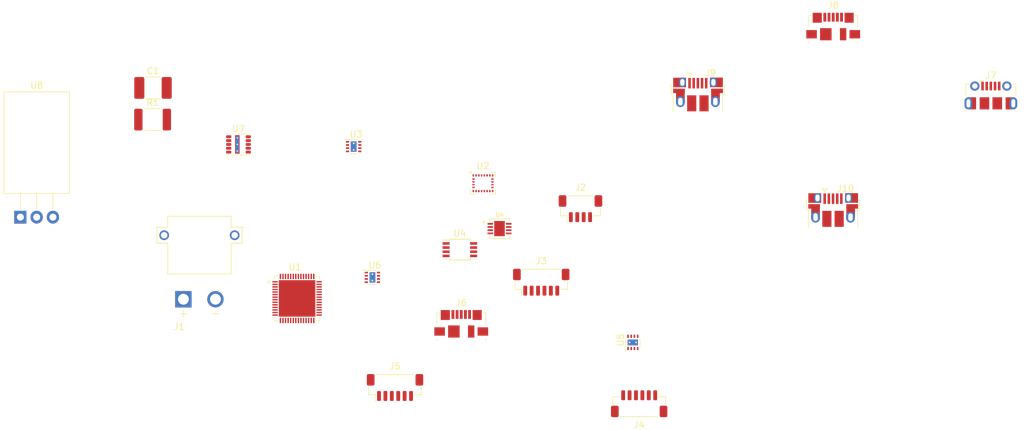
<source format=kicad_pcb>
(kicad_pcb (version 20221018) (generator pcbnew)
  (layers (0 "F.Cu" signal) (31 "B.Cu" signal) (34 "B.Paste" user) (35 "F.Paste" user) (36 "B.SilkS" user "B.Silkscreen") (37 "F.SilkS" user "F.Silkscreen") (38 "B.Mask" user) (39 "F.Mask" user) (44 "Edge.Cuts" user))
  (net 0 "")
  (net 2 "GND")
  (net 3 "Net-(U1-VDD3P3-Pad2)")
  (net 55 "Net-(U1-VDDA-Pad55)")
  (net 72 "+3.3V")
  (net 74 "Net-(J4-Pin_1)")
  (net 76 "Net-(J4-Pin_2)")
  (net 80 "+6V")
  (net 137 "Net-(J3-Pin_1)")
  (net 138 "Net-(J3-Pin_2)")
  (net 139 "Net-(J5-Pin_1)")
  (net 140 "Net-(J5-Pin_2)")
  (net 144 "Net-(U4-SENSE+)")
  (net 145 "Net-(U4-SENSE-)")
  (footprint "Package_TO_SOT_THT:TO-220-3_Horizontal_TabDown" (layer "F.Cu") (at 43.18 81.28)
    (fp_text reference "U8" (at 2.54 -20.58) (layer "F.SilkS"))
    (fp_text value "LM7806_TO220")
    (fp_line (start -2.58 -19.58) (end -2.58 -3.69) (stroke (width 0.12)) (layer "F.SilkS"))
    (fp_line (start -2.58 -19.58) (end 7.66 -19.58) (stroke (width 0.12)) (layer "F.SilkS"))
    (fp_line (start -2.58 -3.69) (end 7.66 -3.69) (stroke (width 0.12)) (layer "F.SilkS"))
    (fp_line (start 0 -3.69) (end 0 -1.15) (stroke (width 0.12)) (layer "F.SilkS"))
    (fp_line (start 2.54 -3.69) (end 2.54 -1.15) (stroke (width 0.12)) (layer "F.SilkS"))
    (fp_line (start 5.08 -3.69) (end 5.08 -1.15) (stroke (width 0.12)) (layer "F.SilkS"))
    (fp_line (start 7.66 -19.58) (end 7.66 -3.69) (stroke (width 0.12)) (layer "F.SilkS"))
    (pad "" np_thru_hole oval (at 2.54 -16.66) (size 3.5 3.5) (drill 3.5) (layers "*.Cu" "*.Mask"))
    (pad "1" thru_hole rect (at 0 0) (size 1.905 2) (drill 1.1) (layers "*.Cu" "*.Mask") (net 144 "Net-(U4-SENSE+)"))
    (pad "2" thru_hole oval (at 2.54 0) (size 1.905 2) (drill 1.1) (layers "*.Cu" "*.Mask") (net 2 "GND"))
    (pad "3" thru_hole oval (at 5.08 0) (size 1.905 2) (drill 1.1) (layers "*.Cu" "*.Mask") (net 80 "+6V"))
  )
  (footprint "Connector_USB:USB_Micro-B_Molex-105017-0001" (layer "F.Cu") (at 194.62 62.2625)
    (fp_text reference "J7" (at 0 -3.1125) (layer "F.SilkS"))
    (fp_text value "USB_B_Micro")
    (fp_line (start -3.9 -1.7625) (end -3.45 -1.7625) (stroke (width 0.12)) (layer "F.SilkS"))
    (fp_line (start -3.9 0.0875) (end -3.9 -1.7625) (stroke (width 0.12)) (layer "F.SilkS"))
    (fp_line (start -3.9 2.6375) (end -3.9 2.3875) (stroke (width 0.12)) (layer "F.SilkS"))
    (fp_line (start -1.7 -2.3125) (end -1.7 -1.8625) (stroke (width 0.12)) (layer "F.SilkS"))
    (fp_line (start -1.7 -2.3125) (end -1.25 -2.3125) (stroke (width 0.12)) (layer "F.SilkS"))
    (fp_line (start 3.9 -1.7625) (end 3.45 -1.7625) (stroke (width 0.12)) (layer "F.SilkS"))
    (fp_line (start 3.9 0.0875) (end 3.9 -1.7625) (stroke (width 0.12)) (layer "F.SilkS"))
    (fp_line (start 3.9 2.6375) (end 3.9 2.3875) (stroke (width 0.12)) (layer "F.SilkS"))
    (pad "1" smd rect (at -1.3 -1.4625) (size 0.4 1.35) (layers "F.Cu" "F.Paste" "F.Mask"))
    (pad "2" smd rect (at -0.65 -1.4625) (size 0.4 1.35) (layers "F.Cu" "F.Paste" "F.Mask"))
    (pad "3" smd rect (at 0 -1.4625) (size 0.4 1.35) (layers "F.Cu" "F.Paste" "F.Mask"))
    (pad "4" smd rect (at 0.65 -1.4625) (size 0.4 1.35) (layers "F.Cu" "F.Paste" "F.Mask"))
    (pad "5" smd rect (at 1.3 -1.4625) (size 0.4 1.35) (layers "F.Cu" "F.Paste" "F.Mask"))
    (pad "6" thru_hole oval (at -3.5 1.2375 180) (size 1.2 1.9) (drill oval 0.6 1.3) (layers "*.Cu" "*.Mask"))
    (pad "6" smd rect (at -2.9 1.2375) (size 1.2 1.9) (layers "F.Cu" "F.Mask"))
    (pad "6" thru_hole circle (at -2.5 -1.4625) (size 1.45 1.45) (drill 0.85) (layers "*.Cu" "*.Mask"))
    (pad "6" smd rect (at -1 1.2375) (size 1.5 1.9) (layers "F.Cu" "F.Paste" "F.Mask"))
    (pad "6" smd rect (at 1 1.2375) (size 1.5 1.9) (layers "F.Cu" "F.Paste" "F.Mask"))
    (pad "6" thru_hole circle (at 2.5 -1.4625) (size 1.45 1.45) (drill 0.85) (layers "*.Cu" "*.Mask"))
    (pad "6" smd rect (at 2.9 1.2375) (size 1.2 1.9) (layers "F.Cu" "F.Mask"))
    (pad "6" thru_hole oval (at 3.5 1.2375) (size 1.2 1.9) (drill oval 0.6 1.3) (layers "*.Cu" "*.Mask"))
  )
  (footprint "Connector_JST:JST_SH_BM06B-SRSS-TB_1x06-1MP_P1.00mm_Vertical" (layer "F.Cu") (at 139.74 110.435 180)
    (fp_text reference "J4" (at 0 -3.3) (layer "F.SilkS"))
    (fp_text value "Conn_01x06")
    (fp_line (start -4.11 -0.04) (end -4.11 1.11) (stroke (width 0.12)) (layer "F.SilkS"))
    (fp_line (start -4.11 1.11) (end -3.06 1.11) (stroke (width 0.12)) (layer "F.SilkS"))
    (fp_line (start -3.06 1.11) (end -3.06 2.1) (stroke (width 0.12)) (layer "F.SilkS"))
    (fp_line (start -2.94 -2.01) (end 2.94 -2.01) (stroke (width 0.12)) (layer "F.SilkS"))
    (fp_line (start 4.11 -0.04) (end 4.11 1.11) (stroke (width 0.12)) (layer "F.SilkS"))
    (fp_line (start 4.11 1.11) (end 3.06 1.11) (stroke (width 0.12)) (layer "F.SilkS"))
    (pad "1" smd roundrect (at -2.5 1.325 180) (size 0.6 1.55) (layers "F.Cu" "F.Paste" "F.Mask") (net 74 "Net-(J4-Pin_1)"))
    (pad "2" smd roundrect (at -1.5 1.325 180) (size 0.6 1.55) (layers "F.Cu" "F.Paste" "F.Mask") (net 76 "Net-(J4-Pin_2)"))
    (pad "3" smd roundrect (at -0.5 1.325 180) (size 0.6 1.55) (layers "F.Cu" "F.Paste" "F.Mask") (net 72 "+3.3V"))
    (pad "4" smd roundrect (at 0.5 1.325 180) (size 0.6 1.55) (layers "F.Cu" "F.Paste" "F.Mask"))
    (pad "5" smd roundrect (at 1.5 1.325 180) (size 0.6 1.55) (layers "F.Cu" "F.Paste" "F.Mask"))
    (pad "6" smd roundrect (at 2.5 1.325 180) (size 0.6 1.55) (layers "F.Cu" "F.Paste" "F.Mask") (net 2 "GND"))
    (pad "MP" smd roundrect (at -3.8 -1.2 180) (size 1.2 1.8) (layers "F.Cu" "F.Paste" "F.Mask") (roundrect_rratio 0.208333))
    (pad "MP" smd roundrect (at 3.8 -1.2 180) (size 1.2 1.8) (layers "F.Cu" "F.Paste" "F.Mask") (roundrect_rratio 0.208333))
  )
  (footprint "Connector_JST:JST_SH_BM06B-SRSS-TB_1x06-1MP_P1.00mm_Vertical" (layer "F.Cu") (at 101.64 107.895)
    (fp_text reference "J5" (at 0 -3.3) (layer "F.SilkS"))
    (fp_text value "Conn_01x06")
    (fp_line (start -4.11 -0.04) (end -4.11 1.11) (stroke (width 0.12)) (layer "F.SilkS"))
    (fp_line (start -4.11 1.11) (end -3.06 1.11) (stroke (width 0.12)) (layer "F.SilkS"))
    (fp_line (start -3.06 1.11) (end -3.06 2.1) (stroke (width 0.12)) (layer "F.SilkS"))
    (fp_line (start -2.94 -2.01) (end 2.94 -2.01) (stroke (width 0.12)) (layer "F.SilkS"))
    (fp_line (start 4.11 -0.04) (end 4.11 1.11) (stroke (width 0.12)) (layer "F.SilkS"))
    (fp_line (start 4.11 1.11) (end 3.06 1.11) (stroke (width 0.12)) (layer "F.SilkS"))
    (pad "1" smd roundrect (at -2.5 1.325) (size 0.6 1.55) (layers "F.Cu" "F.Paste" "F.Mask") (net 139 "Net-(J5-Pin_1)"))
    (pad "2" smd roundrect (at -1.5 1.325) (size 0.6 1.55) (layers "F.Cu" "F.Paste" "F.Mask") (net 140 "Net-(J5-Pin_2)"))
    (pad "3" smd roundrect (at -0.5 1.325) (size 0.6 1.55) (layers "F.Cu" "F.Paste" "F.Mask") (net 72 "+3.3V"))
    (pad "4" smd roundrect (at 0.5 1.325) (size 0.6 1.55) (layers "F.Cu" "F.Paste" "F.Mask"))
    (pad "5" smd roundrect (at 1.5 1.325) (size 0.6 1.55) (layers "F.Cu" "F.Paste" "F.Mask"))
    (pad "6" smd roundrect (at 2.5 1.325) (size 0.6 1.55) (layers "F.Cu" "F.Paste" "F.Mask") (net 2 "GND"))
    (pad "MP" smd roundrect (at -3.8 -1.2) (size 1.2 1.8) (layers "F.Cu" "F.Paste" "F.Mask") (roundrect_rratio 0.208333))
    (pad "MP" smd roundrect (at 3.8 -1.2) (size 1.2 1.8) (layers "F.Cu" "F.Paste" "F.Mask") (roundrect_rratio 0.208333))
  )
  (footprint "Package_LGA:Texas_SIL0010A_MicroSiP-10-1EP_3.8x3mm_P0.6mm_EP0.7x2.9mm_ThermalVias" (layer "F.Cu") (at 77.215 69.92)
    (fp_text reference "U7" (at 0 -2.45) (layer "F.SilkS"))
    (fp_text value "LMZM23601V3")
    (fp_line (start -1.9 1.61) (end 1.9 1.61) (stroke (width 0.12)) (layer "F.SilkS"))
    (fp_line (start 0 -1.61) (end 1.9 -1.61) (stroke (width 0.12)) (layer "F.SilkS"))
    (pad "1" smd roundrect (at -1.525 -1.2) (size 0.8 0.45) (layers "F.Cu" "F.Paste" "F.Mask") (net 2 "GND"))
    (pad "2" smd roundrect (at -1.525 -0.6) (size 0.8 0.45) (layers "F.Cu" "F.Paste" "F.Mask"))
    (pad "3" smd roundrect (at -1.525 0) (size 0.8 0.45) (layers "F.Cu" "F.Paste" "F.Mask") (net 80 "+6V"))
    (pad "4" smd roundrect (at -1.525 0.6) (size 0.8 0.45) (layers "F.Cu" "F.Paste" "F.Mask") (net 80 "+6V"))
    (pad "5" smd roundrect (at -1.525 1.2) (size 0.8 0.45) (layers "F.Cu" "F.Paste" "F.Mask"))
    (pad "6" smd roundrect (at 1.525 1.2) (size 0.8 0.45) (layers "F.Cu" "F.Paste" "F.Mask") (net 72 "+3.3V"))
    (pad "7" smd roundrect (at 1.525 0.6) (size 0.8 0.45) (layers "F.Cu" "F.Paste" "F.Mask") (net 72 "+3.3V"))
    (pad "8" smd roundrect (at 1.525 0) (size 0.8 0.45) (layers "F.Cu" "F.Paste" "F.Mask"))
    (pad "9" smd roundrect (at 1.525 -0.6) (size 0.8 0.45) (layers "F.Cu" "F.Paste" "F.Mask"))
    (pad "10" smd roundrect (at 1.525 -1.2) (size 0.8 0.45) (layers "F.Cu" "F.Paste" "F.Mask"))
    (pad "11" thru_hole circle (at -0.175 -1.03) (size 0.5 0.5) (drill 0.2) (layers "*.Cu") (net 2 "GND"))
    (pad "11" thru_hole circle (at -0.175 0) (size 0.5 0.5) (drill 0.2) (layers "*.Cu") (net 2 "GND"))
    (pad "11" smd rect (at -0.175 0) (size 0.5 2.56) (layers "B.Cu") (net 2 "GND"))
    (pad "11" smd rect (at -0.175 0) (size 0.7 2.9) (layers "F.Cu" "F.Mask") (net 2 "GND"))
    (pad "11" thru_hole circle (at -0.175 1.03) (size 0.5 0.5) (drill 0.2) (layers "*.Cu") (net 2 "GND"))
  )
  (footprint "Capacitor_SMD:C_1812_4532Metric_Pad1.57x3.40mm_HandSolder" (layer "F.Cu") (at 63.875 61.09)
    (fp_text reference "C1" (at 0 -2.65) (layer "F.SilkS"))
    (fp_text value "1u")
    (fp_line (start -1.161252 -1.71) (end 1.161252 -1.71) (stroke (width 0.12)) (layer "F.SilkS"))
    (fp_line (start -1.161252 1.71) (end 1.161252 1.71) (stroke (width 0.12)) (layer "F.SilkS"))
    (pad "1" smd roundrect (at -2.1375 0) (size 1.575 3.4) (layers "F.Cu" "F.Paste" "F.Mask") (roundrect_rratio 0.15873) (net 2 "GND"))
    (pad "2" smd roundrect (at 2.1375 0) (size 1.575 3.4) (layers "F.Cu" "F.Paste" "F.Mask") (roundrect_rratio 0.15873) (net 144 "Net-(U4-SENSE+)"))
  )
  (footprint "Connector_USB:USB_Micro-B_Molex_47346-0001" (layer "F.Cu") (at 111.975 97.945)
    (fp_text reference "J6" (at 0 -3.3 180) (layer "F.SilkS"))
    (fp_text value "USB_B_Micro")
    (fp_line (start -3.81 -1.71) (end -3.43 -1.71) (stroke (width 0.12)) (layer "F.SilkS"))
    (fp_line (start -3.81 0.06) (end -3.81 -1.71) (stroke (width 0.12)) (layer "F.SilkS"))
    (fp_line (start -3.81 2.6) (end -3.81 2.34) (stroke (width 0.12)) (layer "F.SilkS"))
    (fp_line (start 3.81 -1.71) (end 3.43 -1.71) (stroke (width 0.12)) (layer "F.SilkS"))
    (fp_line (start 3.81 -1.71) (end 3.81 0.06) (stroke (width 0.12)) (layer "F.SilkS"))
    (fp_line (start 3.81 2.34) (end 3.81 2.6) (stroke (width 0.12)) (layer "F.SilkS"))
    (pad "1" smd rect (at -1.3 -1.46) (size 0.45 1.38) (layers "F.Cu" "F.Paste" "F.Mask"))
    (pad "2" smd rect (at -0.65 -1.46) (size 0.45 1.38) (layers "F.Cu" "F.Paste" "F.Mask"))
    (pad "3" smd rect (at 0 -1.46) (size 0.45 1.38) (layers "F.Cu" "F.Paste" "F.Mask"))
    (pad "4" smd rect (at 0.65 -1.46) (size 0.45 1.38) (layers "F.Cu" "F.Paste" "F.Mask"))
    (pad "5" smd rect (at 1.3 -1.46) (size 0.45 1.38) (layers "F.Cu" "F.Paste" "F.Mask") (net 2 "GND"))
    (pad "6" smd rect (at -3.375 1.2) (size 1.65 1.3) (layers "F.Cu" "F.Paste" "F.Mask"))
    (pad "6" smd rect (at -2.4875 -1.375) (size 1.425 1.55) (layers "F.Cu" "F.Paste" "F.Mask"))
    (pad "6" smd rect (at -1.15 1.2) (size 1.8 1.9) (layers "F.Cu" "F.Paste" "F.Mask"))
    (pad "6" smd rect (at 1.55 1.2) (size 1 1.9) (layers "F.Cu" "F.Paste" "F.Mask"))
    (pad "6" smd rect (at 2.4875 -1.375) (size 1.425 1.55) (layers "F.Cu" "F.Paste" "F.Mask"))
    (pad "6" smd rect (at 3.375 1.2) (size 1.65 1.3) (layers "F.Cu" "F.Paste" "F.Mask"))
  )
  (footprint "ESP32-S3FH4R2:QFN40P700X700X90-57N" (layer "F.Cu") (at 86.36 93.98)
    (fp_text reference "U1" (at -0.325 -4.885) (layer "F.SilkS"))
    (fp_text value "ESP32-S3FH4R2")
    (fp_line (start -3.5 -3.5) (end -3.5 -3.03) (stroke (width 0.127)) (layer "F.SilkS"))
    (fp_line (start -3.5 -3.5) (end -3.03 -3.5) (stroke (width 0.127)) (layer "F.SilkS"))
    (fp_line (start -3.5 3.5) (end -3.5 3.03) (stroke (width 0.127)) (layer "F.SilkS"))
    (fp_line (start -3.5 3.5) (end -3.03 3.5) (stroke (width 0.127)) (layer "F.SilkS"))
    (fp_line (start 3.5 -3.5) (end 3.03 -3.5) (stroke (width 0.127)) (layer "F.SilkS"))
    (fp_line (start 3.5 -3.5) (end 3.5 -3.03) (stroke (width 0.127)) (layer "F.SilkS"))
    (fp_line (start 3.5 3.5) (end 3.03 3.5) (stroke (width 0.127)) (layer "F.SilkS"))
    (fp_line (start 3.5 3.5) (end 3.5 3.03) (stroke (width 0.127)) (layer "F.SilkS"))
    (fp_circle (center -4.4 -2.6) (end -4.3 -2.6) (stroke (width 0.2)) (fill none) (layer "F.SilkS"))
    (pad "1" smd rect (at -3.435 -2.6) (size 0.84 0.22) (layers "F.Cu" "F.Paste"))
    (pad "2" smd rect (at -3.435 -2.2) (size 0.84 0.22) (layers "F.Cu" "F.Paste") (net 3 "Net-(U1-VDD3P3-Pad2)"))
    (pad "3" smd rect (at -3.435 -1.8) (size 0.84 0.22) (layers "F.Cu" "F.Paste") (net 3 "Net-(U1-VDD3P3-Pad2)"))
    (pad "4" smd rect (at -3.435 -1.4) (size 0.84 0.22) (layers "F.Cu" "F.Paste"))
    (pad "5" smd rect (at -3.435 -1) (size 0.84 0.22) (layers "F.Cu" "F.Paste"))
    (pad "6" smd rect (at -3.435 -0.6) (size 0.84 0.22) (layers "F.Cu" "F.Paste"))
    (pad "7" smd rect (at -3.435 -0.2) (size 0.84 0.22) (layers "F.Cu" "F.Paste"))
    (pad "8" smd rect (at -3.435 0.2) (size 0.84 0.22) (layers "F.Cu" "F.Paste"))
    (pad "9" smd rect (at -3.435 0.6) (size 0.84 0.22) (layers "F.Cu" "F.Paste"))
    (pad "10" smd rect (at -3.435 1) (size 0.84 0.22) (layers "F.Cu" "F.Paste"))
    (pad "11" smd rect (at -3.435 1.4) (size 0.84 0.22) (layers "F.Cu" "F.Paste"))
    (pad "12" smd rect (at -3.435 1.8) (size 0.84 0.22) (layers "F.Cu" "F.Paste"))
    (pad "13" smd rect (at -3.435 2.2) (size 0.84 0.22) (layers "F.Cu" "F.Paste"))
    (pad "14" smd rect (at -3.435 2.6) (size 0.84 0.22) (layers "F.Cu" "F.Paste"))
    (pad "15" smd rect (at -2.6 3.435) (size 0.22 0.84) (layers "F.Cu" "F.Paste"))
    (pad "16" smd rect (at -2.2 3.435) (size 0.22 0.84) (layers "F.Cu" "F.Paste"))
    (pad "17" smd rect (at -1.8 3.435) (size 0.22 0.84) (layers "F.Cu" "F.Paste"))
    (pad "18" smd rect (at -1.4 3.435) (size 0.22 0.84) (layers "F.Cu" "F.Paste"))
    (pad "19" smd rect (at -1 3.435) (size 0.22 0.84) (layers "F.Cu" "F.Paste"))
    (pad "20" smd rect (at -0.6 3.435) (size 0.22 0.84) (layers "F.Cu" "F.Paste"))
    (pad "21" smd rect (at -0.2 3.435) (size 0.22 0.84) (layers "F.Cu" "F.Paste"))
    (pad "22" smd rect (at 0.2 3.435) (size 0.22 0.84) (layers "F.Cu" "F.Paste"))
    (pad "23" smd rect (at 0.6 3.435) (size 0.22 0.84) (layers "F.Cu" "F.Paste"))
    (pad "24" smd rect (at 1 3.435) (size 0.22 0.84) (layers "F.Cu" "F.Paste"))
    (pad "25" smd rect (at 1.4 3.435) (size 0.22 0.84) (layers "F.Cu" "F.Paste"))
    (pad "26" smd rect (at 1.8 3.435) (size 0.22 0.84) (layers "F.Cu" "F.Paste"))
    (pad "27" smd rect (at 2.2 3.435) (size 0.22 0.84) (layers "F.Cu" "F.Paste"))
    (pad "28" smd rect (at 2.6 3.435) (size 0.22 0.84) (layers "F.Cu" "F.Paste"))
    (pad "29" smd rect (at 3.435 2.6) (size 0.84 0.22) (layers "F.Cu" "F.Paste"))
    (pad "30" smd rect (at 3.435 2.2) (size 0.84 0.22) (layers "F.Cu" "F.Paste"))
    (pad "31" smd rect (at 3.435 1.8) (size 0.84 0.22) (layers "F.Cu" "F.Paste"))
    (pad "32" smd rect (at 3.435 1.4) (size 0.84 0.22) (layers "F.Cu" "F.Paste"))
    (pad "33" smd rect (at 3.435 1) (size 0.84 0.22) (layers "F.Cu" "F.Paste"))
    (pad "34" smd rect (at 3.435 0.6) (size 0.84 0.22) (layers "F.Cu" "F.Paste"))
    (pad "35" smd rect (at 3.435 0.2) (size 0.84 0.22) (layers "F.Cu" "F.Paste"))
    (pad "36" smd rect (at 3.435 -0.2) (size 0.84 0.22) (layers "F.Cu" "F.Paste"))
    (pad "37" smd rect (at 3.435 -0.6) (size 0.84 0.22) (layers "F.Cu" "F.Paste"))
    (pad "38" smd rect (at 3.435 -1) (size 0.84 0.22) (layers "F.Cu" "F.Paste"))
    (pad "39" smd rect (at 3.435 -1.4) (size 0.84 0.22) (layers "F.Cu" "F.Paste"))
    (pad "40" smd rect (at 3.435 -1.8) (size 0.84 0.22) (layers "F.Cu" "F.Paste"))
    (pad "41" smd rect (at 3.435 -2.2) (size 0.84 0.22) (layers "F.Cu" "F.Paste"))
    (pad "42" smd rect (at 3.435 -2.6) (size 0.84 0.22) (layers "F.Cu" "F.Paste"))
    (pad "43" smd rect (at 2.6 -3.435) (size 0.22 0.84) (layers "F.Cu" "F.Paste"))
    (pad "44" smd rect (at 2.2 -3.435) (size 0.22 0.84) (layers "F.Cu" "F.Paste"))
    (pad "45" smd rect (at 1.8 -3.435) (size 0.22 0.84) (layers "F.Cu" "F.Paste"))
    (pad "46" smd rect (at 1.4 -3.435) (size 0.22 0.84) (layers "F.Cu" "F.Paste"))
    (pad "47" smd rect (at 1 -3.435) (size 0.22 0.84) (layers "F.Cu" "F.Paste"))
    (pad "48" smd rect (at 0.6 -3.435) (size 0.22 0.84) (layers "F.Cu" "F.Paste"))
    (pad "49" smd rect (at 0.2 -3.435) (size 0.22 0.84) (layers "F.Cu" "F.Paste"))
    (pad "50" smd rect (at -0.2 -3.435) (size 0.22 0.84) (layers "F.Cu" "F.Paste"))
    (pad "51" smd rect (at -0.6 -3.435) (size 0.22 0.84) (layers "F.Cu" "F.Paste"))
    (pad "52" smd rect (at -1 -3.435) (size 0.22 0.84) (layers "F.Cu" "F.Paste"))
    (pad "53" smd rect (at -1.4 -3.435) (size 0.22 0.84) (layers "F.Cu" "F.Paste"))
    (pad "54" smd rect (at -1.8 -3.435) (size 0.22 0.84) (layers "F.Cu" "F.Paste"))
    (pad "55" smd rect (at -2.2 -3.435) (size 0.22 0.84) (layers "F.Cu" "F.Paste") (net 55 "Net-(U1-VDDA-Pad55)"))
    (pad "56" smd rect (at -2.6 -3.435) (size 0.22 0.84) (layers "F.Cu" "F.Paste") (net 55 "Net-(U1-VDDA-Pad55)"))
    (pad "57" smd rect (at 0 0) (size 5.7 5.7) (layers "F.Cu") (net 2 "GND"))
  )
  (footprint "Package_LGA:LGA-24L_3x3.5mm_P0.43mm" (layer "F.Cu") (at 115.365 75.985)
    (fp_text reference "U2" (at 0 -2.7) (layer "F.SilkS"))
    (fp_text value "LSM9DS1")
    (fp_line (start -1.95 1.7) (end -1.95 1) (stroke (width 0.12)) (layer "F.SilkS"))
    (fp_line (start -1.2 1.7) (end -1.95 1.7) (stroke (width 0.12)) (layer "F.SilkS"))
    (fp_line (start 1.2 -1.7) (end 1.95 -1.7) (stroke (width 0.12)) (layer "F.SilkS"))
    (fp_line (start 1.95 -1.7) (end 1.95 -1) (stroke (width 0.12)) (layer "F.SilkS"))
    (fp_line (start 1.95 1) (end 1.95 1.7) (stroke (width 0.12)) (layer "F.SilkS"))
    (fp_line (start 1.95 1.7) (end 1.2 1.7) (stroke (width 0.12)) (layer "F.SilkS"))
    (fp_circle (center -1.95 -1.7) (end -1.89 -1.7) (stroke (width 0.12)) (fill none) (layer "F.SilkS"))
    (fp_circle (center -1.95 -1.7) (end -1.8 -1.7) (stroke (width 0.12)) (fill none) (layer "F.SilkS"))
    (pad "1" smd rect (at -1.505 -1.225) (size 0.23 0.35) (layers "F.Cu" "F.Paste" "F.Mask") (net 72 "+3.3V"))
    (pad "2" smd rect (at -1.475 -0.645) (size 0.35 0.23) (layers "F.Cu" "F.Paste" "F.Mask"))
    (pad "3" smd rect (at -1.475 -0.215) (size 0.35 0.23) (layers "F.Cu" "F.Paste" "F.Mask") (net 72 "+3.3V"))
    (pad "4" smd rect (at -1.475 0.215) (size 0.35 0.23) (layers "F.Cu" "F.Paste" "F.Mask"))
    (pad "5" smd rect (at -1.475 0.645) (size 0.35 0.23) (layers "F.Cu" "F.Paste" "F.Mask"))
    (pad "6" smd rect (at -1.505 1.225) (size 0.23 0.35) (layers "F.Cu" "F.Paste" "F.Mask"))
    (pad "7" smd rect (at -1.075 1.225) (size 0.23 0.35) (layers "F.Cu" "F.Paste" "F.Mask"))
    (pad "8" smd rect (at -0.645 1.225) (size 0.23 0.35) (layers "F.Cu" "F.Paste" "F.Mask"))
    (pad "9" smd rect (at -0.215 1.225) (size 0.23 0.35) (layers "F.Cu" "F.Paste" "F.Mask"))
    (pad "10" smd rect (at 0.215 1.225) (size 0.23 0.35) (layers "F.Cu" "F.Paste" "F.Mask"))
    (pad "11" smd rect (at 0.645 1.225) (size 0.23 0.35) (layers "F.Cu" "F.Paste" "F.Mask"))
    (pad "12" smd rect (at 1.075 1.225) (size 0.23 0.35) (layers "F.Cu" "F.Paste" "F.Mask"))
    (pad "13" smd rect (at 1.505 1.225) (size 0.23 0.35) (layers "F.Cu" "F.Paste" "F.Mask"))
    (pad "14" smd rect (at 1.475 0.645) (size 0.35 0.23) (layers "F.Cu" "F.Paste" "F.Mask"))
    (pad "15" smd rect (at 1.475 0.215) (size 0.35 0.23) (layers "F.Cu" "F.Paste" "F.Mask"))
    (pad "16" smd rect (at 1.475 -0.215) (size 0.35 0.23) (layers "F.Cu" "F.Paste" "F.Mask"))
    (pad "17" smd rect (at 1.475 -0.645) (size 0.35 0.23) (layers "F.Cu" "F.Paste" "F.Mask"))
    (pad "18" smd rect (at 1.505 -1.225) (size 0.23 0.35) (layers "F.Cu" "F.Paste" "F.Mask"))
    (pad "19" smd rect (at 1.075 -1.225) (size 0.23 0.35) (layers "F.Cu" "F.Paste" "F.Mask") (net 2 "GND"))
    (pad "20" smd rect (at 0.645 -1.225) (size 0.23 0.35) (layers "F.Cu" "F.Paste" "F.Mask") (net 2 "GND"))
    (pad "21" smd rect (at 0.215 -1.225) (size 0.23 0.35) (layers "F.Cu" "F.Paste" "F.Mask"))
    (pad "22" smd rect (at -0.215 -1.225) (size 0.23 0.35) (layers "F.Cu" "F.Paste" "F.Mask") (net 72 "+3.3V"))
    (pad "23" smd rect (at -0.645 -1.225) (size 0.23 0.35) (layers "F.Cu" "F.Paste" "F.Mask") (net 72 "+3.3V"))
    (pad "24" smd rect (at -1.075 -1.225) (size 0.23 0.35) (layers "F.Cu" "F.Paste" "F.Mask"))
  )
  (footprint "Package_SON:WSON-8-1EP_2x2mm_P0.5mm_EP0.9x1.6mm_ThermalVias" (layer "F.Cu") (at 138.75 100.85 90)
    (fp_text reference "U5" (at 0.38 -1.9 90) (layer "F.SilkS"))
    (fp_text value "DRV8212P")
    (fp_line (start -1.5 -1.12) (end 0.5 -1.12) (stroke (width 0.12)) (layer "F.SilkS"))
    (fp_line (start 0.5 1.12) (end -0.5 1.12) (stroke (width 0.12)) (layer "F.SilkS"))
    (pad "1" smd rect (at -0.95 -0.75 90) (size 0.5 0.25) (layers "F.Cu" "F.Paste" "F.Mask") (net 80 "+6V"))
    (pad "2" smd rect (at -0.95 -0.25 90) (size 0.5 0.25) (layers "F.Cu" "F.Paste" "F.Mask") (net 74 "Net-(J4-Pin_1)"))
    (pad "3" smd rect (at -0.95 0.25 90) (size 0.5 0.25) (layers "F.Cu" "F.Paste" "F.Mask") (net 76 "Net-(J4-Pin_2)"))
    (pad "4" smd rect (at -0.95 0.75 90) (size 0.5 0.25) (layers "F.Cu" "F.Paste" "F.Mask") (net 2 "GND"))
    (pad "5" smd rect (at 0.95 0.75 90) (size 0.5 0.25) (layers "F.Cu" "F.Paste" "F.Mask"))
    (pad "6" smd rect (at 0.95 0.25 90) (size 0.5 0.25) (layers "F.Cu" "F.Paste" "F.Mask"))
    (pad "7" smd rect (at 0.95 -0.25 90) (size 0.5 0.25) (layers "F.Cu" "F.Paste" "F.Mask"))
    (pad "8" smd rect (at 0.95 -0.75 90) (size 0.5 0.25) (layers "F.Cu" "F.Paste" "F.Mask") (net 72 "+3.3V"))
    (pad "9" thru_hole circle (at 0 -0.5 90) (size 0.6 0.6) (drill 0.25) (layers "*.Cu") (net 2 "GND"))
    (pad "9" smd rect (at 0 0 90) (size 0.9 1.6) (layers "F.Cu" "F.Mask") (net 2 "GND"))
    (pad "9" smd rect (at 0 0 90) (size 0.9 1.6) (layers "B.Cu") (net 2 "GND"))
    (pad "9" thru_hole circle (at 0 0.5 90) (size 0.6 0.6) (drill 0.25) (layers "*.Cu") (net 2 "GND"))
  )
  (footprint "LTC2943IDD_PBF:SON50P300X300X80-9N" (layer "F.Cu") (at 117.945 83.07)
    (fp_text reference "U4" (at 0.032 -2.1564) (layer "F.SilkS") (effects (font (size 0.64 0.64))))
    (fp_text value "LTC2943IDD_PBF")
    (fp_line (start -1.55 -1.55) (end 1.55 -1.55) (stroke (width 0.127)) (layer "F.SilkS"))
    (fp_line (start -1.55 -1.2) (end -1.55 -1.55) (stroke (width 0.127)) (layer "F.SilkS"))
    (fp_line (start -1.55 1.2) (end -1.55 1.55) (stroke (width 0.127)) (layer "F.SilkS"))
    (fp_line (start -1.55 1.55) (end 1.55 1.55) (stroke (width 0.127)) (layer "F.SilkS"))
    (fp_line (start 1.55 -1.55) (end 1.55 -1.2) (stroke (width 0.127)) (layer "F.SilkS"))
    (fp_line (start 1.55 1.55) (end 1.55 1.2) (stroke (width 0.127)) (layer "F.SilkS"))
    (fp_circle (center -2.408 -1.019) (end -2.308 -1.019) (stroke (width 0.2)) (fill none) (layer "F.SilkS"))
    (pad "1" smd roundrect (at -1.435 -0.75) (size 0.86 0.27) (layers "F.Cu" "F.Paste" "F.Mask") (roundrect_rratio 0.03) (net 144 "Net-(U4-SENSE+)"))
    (pad "2" smd roundrect (at -1.435 -0.25) (size 0.86 0.27) (layers "F.Cu" "F.Paste" "F.Mask") (roundrect_rratio 0.03) (net 2 "GND"))
    (pad "3" smd roundrect (at -1.435 0.25) (size 0.86 0.27) (layers "F.Cu" "F.Paste" "F.Mask") (roundrect_rratio 0.03) (net 2 "GND"))
    (pad "4" smd roundrect (at -1.435 0.75) (size 0.86 0.27) (layers "F.Cu" "F.Paste" "F.Mask") (roundrect_rratio 0.03))
    (pad "5" smd roundrect (at 1.435 0.75 180) (size 0.86 0.27) (layers "F.Cu" "F.Paste" "F.Mask") (roundrect_rratio 0.03))
    (pad "6" smd roundrect (at 1.435 0.25 180) (size 0.86 0.27) (layers "F.Cu" "F.Paste" "F.Mask") (roundrect_rratio 0.03))
    (pad "7" smd roundrect (at 1.435 -0.25 180) (size 0.86 0.27) (layers "F.Cu" "F.Paste" "F.Mask") (roundrect_rratio 0.03) (net 2 "GND"))
    (pad "8" smd roundrect (at 1.435 -0.75 180) (size 0.86 0.27) (layers "F.Cu" "F.Paste" "F.Mask") (roundrect_rratio 0.03) (net 145 "Net-(U4-SENSE-)"))
    (pad "9" smd rect (at 0 0) (size 1.65 2.38) (layers "F.Cu" "F.Mask") (net 2 "GND"))
  )
  (footprint "Connector_USB:USB_Micro-B_Amphenol_10103594-0001LF_Horizontal" (layer "F.Cu") (at 170.015 80.165)
    (fp_text reference "J10" (at 1.925 -3.365) (layer "F.SilkS"))
    (fp_text value "USB_B_Micro")
    (fp_line (start -4.175 -0.065) (end -4.175 -1.615) (stroke (width 0.12)) (layer "F.SilkS"))
    (fp_line (start -4.175 -0.065) (end -3.875 -0.065) (stroke (width 0.12)) (layer "F.SilkS"))
    (fp_line (start -3.875 2.735) (end -3.875 -0.065) (stroke (width 0.12)) (layer "F.SilkS"))
    (fp_line (start -1.725 -3.315) (end -0.925 -3.315) (stroke (width 0.12)) (layer "F.SilkS"))
    (fp_line (start -1.325 -2.865) (end -1.725 -3.315) (stroke (width 0.12)) (layer "F.SilkS"))
    (fp_line (start -0.925 -3.315) (end -1.325 -2.865) (stroke (width 0.12)) (layer "F.SilkS"))
    (fp_line (start 3.825 -0.065) (end 4.125 -0.065) (stroke (width 0.12)) (layer "F.SilkS"))
    (fp_line (start 3.825 2.735) (end 3.825 -0.065) (stroke (width 0.12)) (layer "F.SilkS"))
    (fp_line (start 4.125 -0.065) (end 4.125 -1.615) (stroke (width 0.12)) (layer "F.SilkS"))
    (pad "1" smd rect (at -1.325 -1.765 90) (size 1.65 0.4) (layers "F.Cu" "F.Paste" "F.Mask"))
    (pad "2" smd rect (at -0.675 -1.765 90) (size 1.65 0.4) (layers "F.Cu" "F.Paste" "F.Mask"))
    (pad "3" smd rect (at -0.025 -1.765 90) (size 1.65 0.4) (layers "F.Cu" "F.Paste" "F.Mask"))
    (pad "4" smd rect (at 0.625 -1.765 90) (size 1.65 0.4) (layers "F.Cu" "F.Paste" "F.Mask"))
    (pad "5" smd rect (at 1.275 -1.765 90) (size 1.65 0.4) (layers "F.Cu" "F.Paste" "F.Mask"))
    (pad "6" smd rect (at -2.975 -0.565) (size 1.825 0.7) (layers "F.Cu" "F.Paste" "F.Mask"))
    (pad "6" smd rect (at -2.875 -1.865) (size 2 1.5) (layers "F.Cu" "F.Paste" "F.Mask"))
    (pad "6" smd rect (at -2.755 0.185) (size 1.35 2) (layers "F.Cu" "F.Paste" "F.Mask"))
    (pad "6" thru_hole oval (at -2.755 1.115 90) (size 1.7 1.35) (drill oval 1.2 0.7) (layers "*.Cu" "*.Mask"))
    (pad "6" thru_hole oval (at -2.445 -1.885 90) (size 1.5 1.1) (drill oval 1.05 0.65) (layers "*.Cu" "*.Mask"))
    (pad "6" smd rect (at -0.985 1.385 90) (size 2.5 1.43) (layers "F.Cu" "F.Paste" "F.Mask"))
    (pad "6" smd rect (at 0.935 1.385 90) (size 2.5 1.43) (layers "F.Cu" "F.Paste" "F.Mask"))
    (pad "6" thru_hole oval (at 2.395 -1.885 90) (size 1.5 1.1) (drill oval 1.05 0.65) (layers "*.Cu" "*.Mask"))
    (pad "6" thru_hole oval (at 2.705 1.115 90) (size 1.7 1.35) (drill oval 1.2 0.7) (layers "*.Cu" "*.Mask"))
    (pad "6" smd rect (at 2.725 0.185) (size 1.35 2) (layers "F.Cu" "F.Paste" "F.Mask"))
    (pad "6" smd rect (at 2.875 -1.885) (size 2 1.5) (layers "F.Cu" "F.Paste" "F.Mask"))
    (pad "6" smd rect (at 2.975 -0.565) (size 1.825 0.7) (layers "F.Cu" "F.Paste" "F.Mask"))
  )
  (footprint "Connector_USB:USB_Micro-B_Molex_47346-0001" (layer "F.Cu") (at 170.015 51.505)
    (fp_text reference "J8" (at 0 -3.3 180) (layer "F.SilkS"))
    (fp_text value "USB_B_Micro")
    (fp_line (start -3.81 -1.71) (end -3.43 -1.71) (stroke (width 0.12)) (layer "F.SilkS"))
    (fp_line (start -3.81 0.06) (end -3.81 -1.71) (stroke (width 0.12)) (layer "F.SilkS"))
    (fp_line (start -3.81 2.6) (end -3.81 2.34) (stroke (width 0.12)) (layer "F.SilkS"))
    (fp_line (start 3.81 -1.71) (end 3.43 -1.71) (stroke (width 0.12)) (layer "F.SilkS"))
    (fp_line (start 3.81 -1.71) (end 3.81 0.06) (stroke (width 0.12)) (layer "F.SilkS"))
    (fp_line (start 3.81 2.34) (end 3.81 2.6) (stroke (width 0.12)) (layer "F.SilkS"))
    (pad "1" smd rect (at -1.3 -1.46) (size 0.45 1.38) (layers "F.Cu" "F.Paste" "F.Mask"))
    (pad "2" smd rect (at -0.65 -1.46) (size 0.45 1.38) (layers "F.Cu" "F.Paste" "F.Mask"))
    (pad "3" smd rect (at 0 -1.46) (size 0.45 1.38) (layers "F.Cu" "F.Paste" "F.Mask"))
    (pad "4" smd rect (at 0.65 -1.46) (size 0.45 1.38) (layers "F.Cu" "F.Paste" "F.Mask"))
    (pad "5" smd rect (at 1.3 -1.46) (size 0.45 1.38) (layers "F.Cu" "F.Paste" "F.Mask"))
    (pad "6" smd rect (at -3.375 1.2) (size 1.65 1.3) (layers "F.Cu" "F.Paste" "F.Mask"))
    (pad "6" smd rect (at -2.4875 -1.375) (size 1.425 1.55) (layers "F.Cu" "F.Paste" "F.Mask"))
    (pad "6" smd rect (at -1.15 1.2) (size 1.8 1.9) (layers "F.Cu" "F.Paste" "F.Mask"))
    (pad "6" smd rect (at 1.55 1.2) (size 1 1.9) (layers "F.Cu" "F.Paste" "F.Mask"))
    (pad "6" smd rect (at 2.4875 -1.375) (size 1.425 1.55) (layers "F.Cu" "F.Paste" "F.Mask"))
    (pad "6" smd rect (at 3.375 1.2) (size 1.65 1.3) (layers "F.Cu" "F.Paste" "F.Mask"))
  )
  (footprint "Connector_JST:JST_SH_BM04B-SRSS-TB_1x04-1MP_P1.00mm_Vertical" (layer "F.Cu") (at 130.58 79.955)
    (fp_text reference "J2" (at 0 -3.3) (layer "F.SilkS"))
    (fp_text value "Conn_01x04")
    (fp_line (start -3.11 -0.04) (end -3.11 1.11) (stroke (width 0.12)) (layer "F.SilkS"))
    (fp_line (start -3.11 1.11) (end -2.06 1.11) (stroke (width 0.12)) (layer "F.SilkS"))
    (fp_line (start -2.06 1.11) (end -2.06 2.1) (stroke (width 0.12)) (layer "F.SilkS"))
    (fp_line (start -1.94 -2.01) (end 1.94 -2.01) (stroke (width 0.12)) (layer "F.SilkS"))
    (fp_line (start 3.11 -0.04) (end 3.11 1.11) (stroke (width 0.12)) (layer "F.SilkS"))
    (fp_line (start 3.11 1.11) (end 2.06 1.11) (stroke (width 0.12)) (layer "F.SilkS"))
    (pad "1" smd roundrect (at -1.5 1.325) (size 0.6 1.55) (layers "F.Cu" "F.Paste" "F.Mask"))
    (pad "2" smd roundrect (at -0.5 1.325) (size 0.6 1.55) (layers "F.Cu" "F.Paste" "F.Mask"))
    (pad "3" smd roundrect (at 0.5 1.325) (size 0.6 1.55) (layers "F.Cu" "F.Paste" "F.Mask") (net 72 "+3.3V"))
    (pad "4" smd roundrect (at 1.5 1.325) (size 0.6 1.55) (layers "F.Cu" "F.Paste" "F.Mask") (net 2 "GND"))
    (pad "MP" smd roundrect (at -2.8 -1.2) (size 1.2 1.8) (layers "F.Cu" "F.Paste" "F.Mask") (roundrect_rratio 0.208333))
    (pad "MP" smd roundrect (at 2.8 -1.2) (size 1.2 1.8) (layers "F.Cu" "F.Paste" "F.Mask") (roundrect_rratio 0.208333))
  )
  (footprint "Connector_USB:USB_Micro-B_Amphenol_10103594-0001LF_Horizontal" (layer "F.Cu") (at 148.925 62.115)
    (fp_text reference "J9" (at 1.925 -3.365) (layer "F.SilkS"))
    (fp_text value "USB_B_Micro")
    (fp_line (start -4.175 -0.065) (end -4.175 -1.615) (stroke (width 0.12)) (layer "F.SilkS"))
    (fp_line (start -4.175 -0.065) (end -3.875 -0.065) (stroke (width 0.12)) (layer "F.SilkS"))
    (fp_line (start -3.875 2.735) (end -3.875 -0.065) (stroke (width 0.12)) (layer "F.SilkS"))
    (fp_line (start -1.725 -3.315) (end -0.925 -3.315) (stroke (width 0.12)) (layer "F.SilkS"))
    (fp_line (start -1.325 -2.865) (end -1.725 -3.315) (stroke (width 0.12)) (layer "F.SilkS"))
    (fp_line (start -0.925 -3.315) (end -1.325 -2.865) (stroke (width 0.12)) (layer "F.SilkS"))
    (fp_line (start 3.825 -0.065) (end 4.125 -0.065) (stroke (width 0.12)) (layer "F.SilkS"))
    (fp_line (start 3.825 2.735) (end 3.825 -0.065) (stroke (width 0.12)) (layer "F.SilkS"))
    (fp_line (start 4.125 -0.065) (end 4.125 -1.615) (stroke (width 0.12)) (layer "F.SilkS"))
    (pad "1" smd rect (at -1.325 -1.765 90) (size 1.65 0.4) (layers "F.Cu" "F.Paste" "F.Mask"))
    (pad "2" smd rect (at -0.675 -1.765 90) (size 1.65 0.4) (layers "F.Cu" "F.Paste" "F.Mask"))
    (pad "3" smd rect (at -0.025 -1.765 90) (size 1.65 0.4) (layers "F.Cu" "F.Paste" "F.Mask"))
    (pad "4" smd rect (at 0.625 -1.765 90) (size 1.65 0.4) (layers "F.Cu" "F.Paste" "F.Mask"))
    (pad "5" smd rect (at 1.275 -1.765 90) (size 1.65 0.4) (layers "F.Cu" "F.Paste" "F.Mask"))
    (pad "6" smd rect (at -2.975 -0.565) (size 1.825 0.7) (layers "F.Cu" "F.Paste" "F.Mask"))
    (pad "6" smd rect (at -2.875 -1.865) (size 2 1.5) (layers "F.Cu" "F.Paste" "F.Mask"))
    (pad "6" smd rect (at -2.755 0.185) (size 1.35 2) (layers "F.Cu" "F.Paste" "F.Mask"))
    (pad "6" thru_hole oval (at -2.755 1.115 90) (size 1.7 1.35) (drill oval 1.2 0.7) (layers "*.Cu" "*.Mask"))
    (pad "6" thru_hole oval (at -2.445 -1.885 90) (size 1.5 1.1) (drill oval 1.05 0.65) (layers "*.Cu" "*.Mask"))
    (pad "6" smd rect (at -0.985 1.385 90) (size 2.5 1.43) (layers "F.Cu" "F.Paste" "F.Mask"))
    (pad "6" smd rect (at 0.935 1.385 90) (size 2.5 1.43) (layers "F.Cu" "F.Paste" "F.Mask"))
    (pad "6" thru_hole oval (at 2.395 -1.885 90) (size 1.5 1.1) (drill oval 1.05 0.65) (layers "*.Cu" "*.Mask"))
    (pad "6" thru_hole oval (at 2.705 1.115 90) (size 1.7 1.35) (drill oval 1.2 0.7) (layers "*.Cu" "*.Mask"))
    (pad "6" smd rect (at 2.725 0.185) (size 1.35 2) (layers "F.Cu" "F.Paste" "F.Mask"))
    (pad "6" smd rect (at 2.875 -1.885) (size 2 1.5) (layers "F.Cu" "F.Paste" "F.Mask"))
    (pad "6" smd rect (at 2.975 -0.565) (size 1.825 0.7) (layers "F.Cu" "F.Paste" "F.Mask"))
  )
  (footprint "Package_SO:TSSOP-8_3x3mm_P0.65mm" (layer "F.Cu") (at 111.76 86.36)
    (fp_text reference "U4" (at 0 -2.55) (layer "F.SilkS"))
    (fp_text value "DS2745U")
    (fp_line (start -1.625 -1.625) (end -1.625 -1.5) (stroke (width 0.15)) (layer "F.SilkS"))
    (fp_line (start -1.625 -1.625) (end 1.625 -1.625) (stroke (width 0.15)) (layer "F.SilkS"))
    (fp_line (start -1.625 -1.5) (end -2.7 -1.5) (stroke (width 0.15)) (layer "F.SilkS"))
    (fp_line (start -1.625 1.625) (end -1.625 1.4) (stroke (width 0.15)) (layer "F.SilkS"))
    (fp_line (start -1.625 1.625) (end 1.625 1.625) (stroke (width 0.15)) (layer "F.SilkS"))
    (fp_line (start 1.625 -1.625) (end 1.625 -1.4) (stroke (width 0.15)) (layer "F.SilkS"))
    (fp_line (start 1.625 1.625) (end 1.625 1.4) (stroke (width 0.15)) (layer "F.SilkS"))
    (pad "1" smd rect (at -2.15 -0.975) (size 1.1 0.4) (layers "F.Cu" "F.Paste" "F.Mask"))
    (pad "2" smd rect (at -2.15 -0.325) (size 1.1 0.4) (layers "F.Cu" "F.Paste" "F.Mask"))
    (pad "3" smd rect (at -2.15 0.325) (size 1.1 0.4) (layers "F.Cu" "F.Paste" "F.Mask"))
    (pad "4" smd rect (at -2.15 0.975) (size 1.1 0.4) (layers "F.Cu" "F.Paste" "F.Mask"))
    (pad "5" smd rect (at 2.15 0.975) (size 1.1 0.4) (layers "F.Cu" "F.Paste" "F.Mask"))
    (pad "6" smd rect (at 2.15 0.325) (size 1.1 0.4) (layers "F.Cu" "F.Paste" "F.Mask"))
    (pad "7" smd rect (at 2.15 -0.325) (size 1.1 0.4) (layers "F.Cu" "F.Paste" "F.Mask"))
    (pad "8" smd rect (at 2.15 -0.975) (size 1.1 0.4) (layers "F.Cu" "F.Paste" "F.Mask"))
  )
  (footprint "Package_SON:WSON-8-1EP_2x2mm_P0.5mm_EP0.9x1.6mm_ThermalVias" (layer "F.Cu") (at 98.11 90.69)
    (fp_text reference "U6" (at 0.38 -1.9) (layer "F.SilkS"))
    (fp_text value "DRV8212P")
    (fp_line (start -1.5 -1.12) (end 0.5 -1.12) (stroke (width 0.12)) (layer "F.SilkS"))
    (fp_line (start 0.5 1.12) (end -0.5 1.12) (stroke (width 0.12)) (layer "F.SilkS"))
    (pad "1" smd rect (at -0.95 -0.75) (size 0.5 0.25) (layers "F.Cu" "F.Paste" "F.Mask") (net 80 "+6V"))
    (pad "2" smd rect (at -0.95 -0.25) (size 0.5 0.25) (layers "F.Cu" "F.Paste" "F.Mask") (net 137 "Net-(J3-Pin_1)"))
    (pad "3" smd rect (at -0.95 0.25) (size 0.5 0.25) (layers "F.Cu" "F.Paste" "F.Mask") (net 138 "Net-(J3-Pin_2)"))
    (pad "4" smd rect (at -0.95 0.75) (size 0.5 0.25) (layers "F.Cu" "F.Paste" "F.Mask") (net 2 "GND"))
    (pad "5" smd rect (at 0.95 0.75) (size 0.5 0.25) (layers "F.Cu" "F.Paste" "F.Mask"))
    (pad "6" smd rect (at 0.95 0.25) (size 0.5 0.25) (layers "F.Cu" "F.Paste" "F.Mask"))
    (pad "7" smd rect (at 0.95 -0.25) (size 0.5 0.25) (layers "F.Cu" "F.Paste" "F.Mask"))
    (pad "8" smd rect (at 0.95 -0.75) (size 0.5 0.25) (layers "F.Cu" "F.Paste" "F.Mask") (net 72 "+3.3V"))
    (pad "9" thru_hole circle (at 0 -0.5) (size 0.6 0.6) (drill 0.25) (layers "*.Cu") (net 2 "GND"))
    (pad "9" smd rect (at 0 0) (size 0.9 1.6) (layers "F.Cu" "F.Mask") (net 2 "GND"))
    (pad "9" smd rect (at 0 0) (size 0.9 1.6) (layers "B.Cu") (net 2 "GND"))
    (pad "9" thru_hole circle (at 0 0.5) (size 0.6 0.6) (drill 0.25) (layers "*.Cu") (net 2 "GND"))
  )
  (footprint "XT30PW-M:AMASS_XT30PW-M" (layer "F.Cu") (at 71.12 84.10575)
    (fp_text reference "J1" (at -3.175 14.2875) (layer "F.SilkS"))
    (fp_text value "XT30PW-M")
    (fp_line (start -6.65 -1.25) (end -4.95 -1.25) (stroke (width 0.127)) (layer "F.SilkS"))
    (fp_line (start -6.65 1.25) (end -6.65 -1.25) (stroke (width 0.127)) (layer "F.SilkS"))
    (fp_line (start -4.95 -2.95) (end 4.95 -2.95) (stroke (width 0.127)) (layer "F.SilkS"))
    (fp_line (start -4.95 -1.25) (end -4.95 -2.95) (stroke (width 0.127)) (layer "F.SilkS"))
    (fp_line (start -4.95 1.25) (end -6.65 1.25) (stroke (width 0.127)) (layer "F.SilkS"))
    (fp_line (start -4.95 6.05) (end -4.95 1.25) (stroke (width 0.127)) (layer "F.SilkS"))
    (fp_line (start -3 12.25) (end -2 12.25) (stroke (width 0.127)) (layer "F.SilkS"))
    (fp_line (start -2.5 12.75) (end -2.5 11.75) (stroke (width 0.127)) (layer "F.SilkS"))
    (fp_line (start 2 12.25) (end 3 12.25) (stroke (width 0.127)) (layer "F.SilkS"))
    (fp_line (start 4.95 -2.95) (end 4.95 -1.25) (stroke (width 0.127)) (layer "F.SilkS"))
    (fp_line (start 4.95 -1.25) (end 6.65 -1.25) (stroke (width 0.127)) (layer "F.SilkS"))
    (fp_line (start 4.95 1.25) (end 4.95 6.05) (stroke (width 0.127)) (layer "F.SilkS"))
    (fp_line (start 4.95 6.05) (end -4.95 6.05) (stroke (width 0.127)) (layer "F.SilkS"))
    (fp_line (start 6.65 -1.25) (end 6.65 1.25) (stroke (width 0.127)) (layer "F.SilkS"))
    (fp_line (start 6.65 1.25) (end 4.95 1.25) (stroke (width 0.127)) (layer "F.SilkS"))
    (pad "N" thru_hole circle (at 2.5 10) (size 2.55 2.55) (drill 1.7) (layers "*.Cu" "*.Mask") (net 2 "GND"))
    (pad "P" thru_hole rect (at -2.5 10) (size 2.55 2.55) (drill 1.7) (layers "*.Cu" "*.Mask") (net 145 "Net-(U4-SENSE-)"))
    (pad "S1" thru_hole circle (at 5.5 0) (size 1.508 1.508) (drill 1) (layers "*.Cu" "*.Mask"))
    (pad "S2" thru_hole circle (at -5.5 0) (size 1.508 1.508) (drill 1) (layers "*.Cu" "*.Mask"))
  )
  (footprint "Connector_JST:JST_SH_BM06B-SRSS-TB_1x06-1MP_P1.00mm_Vertical" (layer "F.Cu") (at 124.46 91.44)
    (fp_text reference "J3" (at 0 -3.3) (layer "F.SilkS"))
    (fp_text value "Conn_01x06")
    (fp_line (start -4.11 -0.04) (end -4.11 1.11) (stroke (width 0.12)) (layer "F.SilkS"))
    (fp_line (start -4.11 1.11) (end -3.06 1.11) (stroke (width 0.12)) (layer "F.SilkS"))
    (fp_line (start -3.06 1.11) (end -3.06 2.1) (stroke (width 0.12)) (layer "F.SilkS"))
    (fp_line (start -2.94 -2.01) (end 2.94 -2.01) (stroke (width 0.12)) (layer "F.SilkS"))
    (fp_line (start 4.11 -0.04) (end 4.11 1.11) (stroke (width 0.12)) (layer "F.SilkS"))
    (fp_line (start 4.11 1.11) (end 3.06 1.11) (stroke (width 0.12)) (layer "F.SilkS"))
    (pad "1" smd roundrect (at -2.5 1.325) (size 0.6 1.55) (layers "F.Cu" "F.Paste" "F.Mask") (net 137 "Net-(J3-Pin_1)"))
    (pad "2" smd roundrect (at -1.5 1.325) (size 0.6 1.55) (layers "F.Cu" "F.Paste" "F.Mask") (net 138 "Net-(J3-Pin_2)"))
    (pad "3" smd roundrect (at -0.5 1.325) (size 0.6 1.55) (layers "F.Cu" "F.Paste" "F.Mask") (net 72 "+3.3V"))
    (pad "4" smd roundrect (at 0.5 1.325) (size 0.6 1.55) (layers "F.Cu" "F.Paste" "F.Mask"))
    (pad "5" smd roundrect (at 1.5 1.325) (size 0.6 1.55) (layers "F.Cu" "F.Paste" "F.Mask"))
    (pad "6" smd roundrect (at 2.5 1.325) (size 0.6 1.55) (layers "F.Cu" "F.Paste" "F.Mask") (net 2 "GND"))
    (pad "MP" smd roundrect (at -3.8 -1.2) (size 1.2 1.8) (layers "F.Cu" "F.Paste" "F.Mask") (roundrect_rratio 0.208333))
    (pad "MP" smd roundrect (at 3.8 -1.2) (size 1.2 1.8) (layers "F.Cu" "F.Paste" "F.Mask") (roundrect_rratio 0.208333))
  )
  (footprint "Resistor_SMD:R_1812_4532Metric_Pad1.30x3.40mm_HandSolder" (layer "F.Cu") (at 63.815 66.04)
    (fp_text reference "R1" (at 0 -2.65) (layer "F.SilkS"))
    (fp_text value "50m")
    (fp_line (start -1.386252 -1.71) (end 1.386252 -1.71) (stroke (width 0.12)) (layer "F.SilkS"))
    (fp_line (start -1.386252 1.71) (end 1.386252 1.71) (stroke (width 0.12)) (layer "F.SilkS"))
    (pad "1" smd roundrect (at -2.225 0) (size 1.3 3.4) (layers "F.Cu" "F.Paste" "F.Mask") (roundrect_rratio 0.192308) (net 144 "Net-(U4-SENSE+)"))
    (pad "2" smd roundrect (at 2.225 0) (size 1.3 3.4) (layers "F.Cu" "F.Paste" "F.Mask") (roundrect_rratio 0.192308) (net 145 "Net-(U4-SENSE-)"))
  )
  (footprint "Package_SON:WSON-8-1EP_2x2mm_P0.5mm_EP0.9x1.6mm_ThermalVias" (layer "F.Cu") (at 95.19 70.255)
    (fp_text reference "U3" (at 0.38 -1.9) (layer "F.SilkS"))
    (fp_text value "DRV8212P")
    (fp_line (start -1.5 -1.12) (end 0.5 -1.12) (stroke (width 0.12)) (layer "F.SilkS"))
    (fp_line (start 0.5 1.12) (end -0.5 1.12) (stroke (width 0.12)) (layer "F.SilkS"))
    (pad "1" smd rect (at -0.95 -0.75) (size 0.5 0.25) (layers "F.Cu" "F.Paste" "F.Mask") (net 80 "+6V"))
    (pad "2" smd rect (at -0.95 -0.25) (size 0.5 0.25) (layers "F.Cu" "F.Paste" "F.Mask") (net 139 "Net-(J5-Pin_1)"))
    (pad "3" smd rect (at -0.95 0.25) (size 0.5 0.25) (layers "F.Cu" "F.Paste" "F.Mask") (net 140 "Net-(J5-Pin_2)"))
    (pad "4" smd rect (at -0.95 0.75) (size 0.5 0.25) (layers "F.Cu" "F.Paste" "F.Mask") (net 2 "GND"))
    (pad "5" smd rect (at 0.95 0.75) (size 0.5 0.25) (layers "F.Cu" "F.Paste" "F.Mask"))
    (pad "6" smd rect (at 0.95 0.25) (size 0.5 0.25) (layers "F.Cu" "F.Paste" "F.Mask"))
    (pad "7" smd rect (at 0.95 -0.25) (size 0.5 0.25) (layers "F.Cu" "F.Paste" "F.Mask"))
    (pad "8" smd rect (at 0.95 -0.75) (size 0.5 0.25) (layers "F.Cu" "F.Paste" "F.Mask") (net 72 "+3.3V"))
    (pad "9" thru_hole circle (at 0 -0.5) (size 0.6 0.6) (drill 0.25) (layers "*.Cu") (net 2 "GND"))
    (pad "9" smd rect (at 0 0) (size 0.9 1.6) (layers "F.Cu" "F.Mask") (net 2 "GND"))
    (pad "9" smd rect (at 0 0) (size 0.9 1.6) (layers "B.Cu") (net 2 "GND"))
    (pad "9" thru_hole circle (at 0 0.5) (size 0.6 0.6) (drill 0.25) (layers "*.Cu") (net 2 "GND"))
  )
)
</source>
